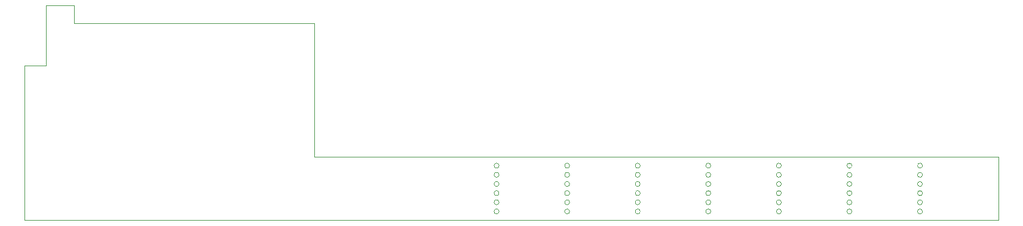
<source format=gbr>
%TF.GenerationSoftware,KiCad,Pcbnew,7.0.5-0*%
%TF.CreationDate,2024-02-13T19:00:30-07:00*%
%TF.ProjectId,rainbow-music-pegasus,7261696e-626f-4772-9d6d-757369632d70,rev?*%
%TF.SameCoordinates,Original*%
%TF.FileFunction,Profile,NP*%
%FSLAX46Y46*%
G04 Gerber Fmt 4.6, Leading zero omitted, Abs format (unit mm)*
G04 Created by KiCad (PCBNEW 7.0.5-0) date 2024-02-13 19:00:30*
%MOMM*%
%LPD*%
G01*
G04 APERTURE LIST*
%TA.AperFunction,Profile*%
%ADD10C,0.100000*%
%TD*%
G04 APERTURE END LIST*
D10*
X221947500Y-105100000D02*
X83947500Y-105100000D01*
X151153553Y-103850000D02*
G75*
G03*
X151153553Y-103850000I-353553J0D01*
G01*
X211153553Y-102550000D02*
G75*
G03*
X211153553Y-102550000I-353553J0D01*
G01*
X86947500Y-74600000D02*
X90947500Y-74600000D01*
X211153553Y-97350000D02*
G75*
G03*
X211153553Y-97350000I-353553J0D01*
G01*
X171153553Y-99950000D02*
G75*
G03*
X171153553Y-99950000I-353553J0D01*
G01*
X211153553Y-99950000D02*
G75*
G03*
X211153553Y-99950000I-353553J0D01*
G01*
X201153553Y-97350000D02*
G75*
G03*
X201153553Y-97350000I-353553J0D01*
G01*
X151153553Y-98650000D02*
G75*
G03*
X151153553Y-98650000I-353553J0D01*
G01*
X181153553Y-101250000D02*
G75*
G03*
X181153553Y-101250000I-353553J0D01*
G01*
X201153553Y-102550000D02*
G75*
G03*
X201153553Y-102550000I-353553J0D01*
G01*
X90947500Y-74600000D02*
X90947500Y-74600000D01*
X161153553Y-101250000D02*
G75*
G03*
X161153553Y-101250000I-353553J0D01*
G01*
X201153553Y-99950000D02*
G75*
G03*
X201153553Y-99950000I-353553J0D01*
G01*
X181153553Y-97350000D02*
G75*
G03*
X181153553Y-97350000I-353553J0D01*
G01*
X151153553Y-102550000D02*
G75*
G03*
X151153553Y-102550000I-353553J0D01*
G01*
X171153553Y-103850000D02*
G75*
G03*
X171153553Y-103850000I-353553J0D01*
G01*
X191153553Y-97350000D02*
G75*
G03*
X191153553Y-97350000I-353553J0D01*
G01*
X151153553Y-97350000D02*
G75*
G03*
X151153553Y-97350000I-353553J0D01*
G01*
X201153553Y-103850000D02*
G75*
G03*
X201153553Y-103850000I-353553J0D01*
G01*
X90947500Y-77100000D02*
X124947500Y-77100000D01*
X191153553Y-99950000D02*
G75*
G03*
X191153553Y-99950000I-353553J0D01*
G01*
X171153553Y-98650000D02*
G75*
G03*
X171153553Y-98650000I-353553J0D01*
G01*
X191153553Y-103850000D02*
G75*
G03*
X191153553Y-103850000I-353553J0D01*
G01*
X181153553Y-103850000D02*
G75*
G03*
X181153553Y-103850000I-353553J0D01*
G01*
X181153553Y-102550000D02*
G75*
G03*
X181153553Y-102550000I-353553J0D01*
G01*
X171153553Y-102550000D02*
G75*
G03*
X171153553Y-102550000I-353553J0D01*
G01*
X191153553Y-101250000D02*
G75*
G03*
X191153553Y-101250000I-353553J0D01*
G01*
X83947500Y-105100000D02*
X83947500Y-83100000D01*
X124947500Y-77100000D02*
X124947500Y-96100000D01*
X201153553Y-98650000D02*
G75*
G03*
X201153553Y-98650000I-353553J0D01*
G01*
X211153553Y-103850000D02*
G75*
G03*
X211153553Y-103850000I-353553J0D01*
G01*
X161153553Y-99950000D02*
G75*
G03*
X161153553Y-99950000I-353553J0D01*
G01*
X83947500Y-83100000D02*
X86947500Y-83100000D01*
X161153553Y-97350000D02*
G75*
G03*
X161153553Y-97350000I-353553J0D01*
G01*
X221947500Y-96100000D02*
X221947500Y-105100000D01*
X151153553Y-101250000D02*
G75*
G03*
X151153553Y-101250000I-353553J0D01*
G01*
X201153553Y-101250000D02*
G75*
G03*
X201153553Y-101250000I-353553J0D01*
G01*
X161153553Y-98650000D02*
G75*
G03*
X161153553Y-98650000I-353553J0D01*
G01*
X191153553Y-102550000D02*
G75*
G03*
X191153553Y-102550000I-353553J0D01*
G01*
X211153553Y-101250000D02*
G75*
G03*
X211153553Y-101250000I-353553J0D01*
G01*
X90947500Y-74600000D02*
X90947500Y-77100000D01*
X211153553Y-98650000D02*
G75*
G03*
X211153553Y-98650000I-353553J0D01*
G01*
X171153553Y-97350000D02*
G75*
G03*
X171153553Y-97350000I-353553J0D01*
G01*
X151153553Y-99950000D02*
G75*
G03*
X151153553Y-99950000I-353553J0D01*
G01*
X181153553Y-99950000D02*
G75*
G03*
X181153553Y-99950000I-353553J0D01*
G01*
X161153553Y-103850000D02*
G75*
G03*
X161153553Y-103850000I-353553J0D01*
G01*
X171153553Y-101250000D02*
G75*
G03*
X171153553Y-101250000I-353553J0D01*
G01*
X161153553Y-102550000D02*
G75*
G03*
X161153553Y-102550000I-353553J0D01*
G01*
X181153553Y-98650000D02*
G75*
G03*
X181153553Y-98650000I-353553J0D01*
G01*
X86947500Y-83100000D02*
X86947500Y-74600000D01*
X191153553Y-98650000D02*
G75*
G03*
X191153553Y-98650000I-353553J0D01*
G01*
X124947500Y-96100000D02*
X221947500Y-96100000D01*
M02*

</source>
